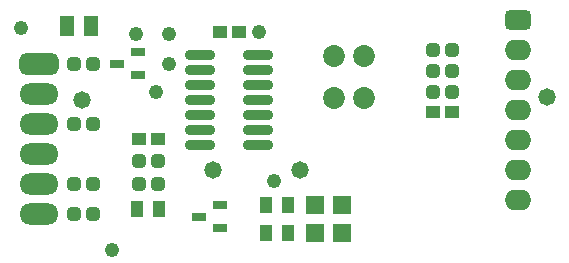
<source format=gts>
G04 Layer_Color=20142*
%FSLAX25Y25*%
%MOIN*%
G70*
G01*
G75*
%ADD36R,0.04800X0.06500*%
G04:AMPARAMS|DCode=37|XSize=43.43mil|YSize=43.43mil|CornerRadius=8.43mil|HoleSize=0mil|Usage=FLASHONLY|Rotation=0.000|XOffset=0mil|YOffset=0mil|HoleType=Round|Shape=RoundedRectangle|*
%AMROUNDEDRECTD37*
21,1,0.04343,0.02658,0,0,0.0*
21,1,0.02658,0.04343,0,0,0.0*
1,1,0.01686,0.01329,-0.01329*
1,1,0.01686,-0.01329,-0.01329*
1,1,0.01686,-0.01329,0.01329*
1,1,0.01686,0.01329,0.01329*
%
%ADD37ROUNDEDRECTD37*%
%ADD38R,0.04343X0.05524*%
%ADD39R,0.04600X0.04300*%
%ADD40R,0.05131X0.03162*%
%ADD41O,0.13099X0.07099*%
G04:AMPARAMS|DCode=42|XSize=70.99mil|YSize=130.99mil|CornerRadius=19.75mil|HoleSize=0mil|Usage=FLASHONLY|Rotation=270.000|XOffset=0mil|YOffset=0mil|HoleType=Round|Shape=RoundedRectangle|*
%AMROUNDEDRECTD42*
21,1,0.07099,0.09150,0,0,270.0*
21,1,0.03150,0.13099,0,0,270.0*
1,1,0.03950,-0.04575,-0.01575*
1,1,0.03950,-0.04575,0.01575*
1,1,0.03950,0.04575,0.01575*
1,1,0.03950,0.04575,-0.01575*
%
%ADD42ROUNDEDRECTD42*%
%ADD43O,0.10052X0.03556*%
%ADD44R,0.06300X0.06300*%
%ADD45C,0.07300*%
%ADD46O,0.08800X0.06800*%
G04:AMPARAMS|DCode=47|XSize=68mil|YSize=88mil|CornerRadius=19mil|HoleSize=0mil|Usage=FLASHONLY|Rotation=270.000|XOffset=0mil|YOffset=0mil|HoleType=Round|Shape=RoundedRectangle|*
%AMROUNDEDRECTD47*
21,1,0.06800,0.05000,0,0,270.0*
21,1,0.03000,0.08800,0,0,270.0*
1,1,0.03800,-0.02500,-0.01500*
1,1,0.03800,-0.02500,0.01500*
1,1,0.03800,0.02500,0.01500*
1,1,0.03800,0.02500,-0.01500*
%
%ADD47ROUNDEDRECTD47*%
%ADD48C,0.05800*%
%ADD49C,0.07100*%
%ADD50C,0.04800*%
D36*
X136437Y187500D02*
D03*
X128500D02*
D03*
D37*
X137150Y125000D02*
D03*
X130850Y125000D02*
D03*
X256650Y179500D02*
D03*
X250350Y179500D02*
D03*
Y172500D02*
D03*
X256650Y172500D02*
D03*
X250350Y165500D02*
D03*
X256650Y165500D02*
D03*
X152350Y135000D02*
D03*
X158650Y135000D02*
D03*
X130850Y175000D02*
D03*
X137150Y175000D02*
D03*
X130850Y155000D02*
D03*
X137150Y155000D02*
D03*
X130850Y135000D02*
D03*
X137150Y135000D02*
D03*
X152350Y142500D02*
D03*
X158650Y142500D02*
D03*
D38*
X159240Y126500D02*
D03*
X151760D02*
D03*
X194760Y128000D02*
D03*
X202240D02*
D03*
X194760Y118500D02*
D03*
X202240D02*
D03*
D39*
X250350Y159000D02*
D03*
X256650D02*
D03*
X185650Y185500D02*
D03*
X179350D02*
D03*
X158650Y150000D02*
D03*
X152350D02*
D03*
D40*
X152043Y171260D02*
D03*
Y178740D02*
D03*
X144957Y175000D02*
D03*
X179543Y120260D02*
D03*
Y127740D02*
D03*
X172457Y124000D02*
D03*
D41*
X119000Y125000D02*
D03*
Y135000D02*
D03*
Y145000D02*
D03*
Y155000D02*
D03*
Y165000D02*
D03*
D42*
Y175000D02*
D03*
D43*
X172756Y178000D02*
D03*
Y173000D02*
D03*
Y168000D02*
D03*
Y163000D02*
D03*
Y158000D02*
D03*
Y153000D02*
D03*
Y148000D02*
D03*
X192244Y178000D02*
D03*
Y173000D02*
D03*
Y168000D02*
D03*
Y163000D02*
D03*
Y158000D02*
D03*
Y153000D02*
D03*
Y148000D02*
D03*
D44*
X211071Y118500D02*
D03*
X219929D02*
D03*
X211071Y128000D02*
D03*
X219929D02*
D03*
D45*
X227500Y177500D02*
D03*
X217500D02*
D03*
X227500Y163500D02*
D03*
X217500D02*
D03*
D46*
X278800Y149500D02*
D03*
Y139500D02*
D03*
Y129500D02*
D03*
Y179500D02*
D03*
Y159500D02*
D03*
Y169500D02*
D03*
D47*
Y189500D02*
D03*
D48*
X133500Y163000D02*
D03*
X177000Y139500D02*
D03*
X288500Y164000D02*
D03*
X206000Y139500D02*
D03*
D49*
X119000Y175000D02*
D03*
Y165000D02*
D03*
Y155000D02*
D03*
Y145000D02*
D03*
Y135000D02*
D03*
Y125000D02*
D03*
D50*
X197500Y136000D02*
D03*
X143500Y113000D02*
D03*
X162500Y175000D02*
D03*
Y185000D02*
D03*
X151500D02*
D03*
X192500Y185500D02*
D03*
X113000Y187000D02*
D03*
X158000Y165500D02*
D03*
M02*

</source>
